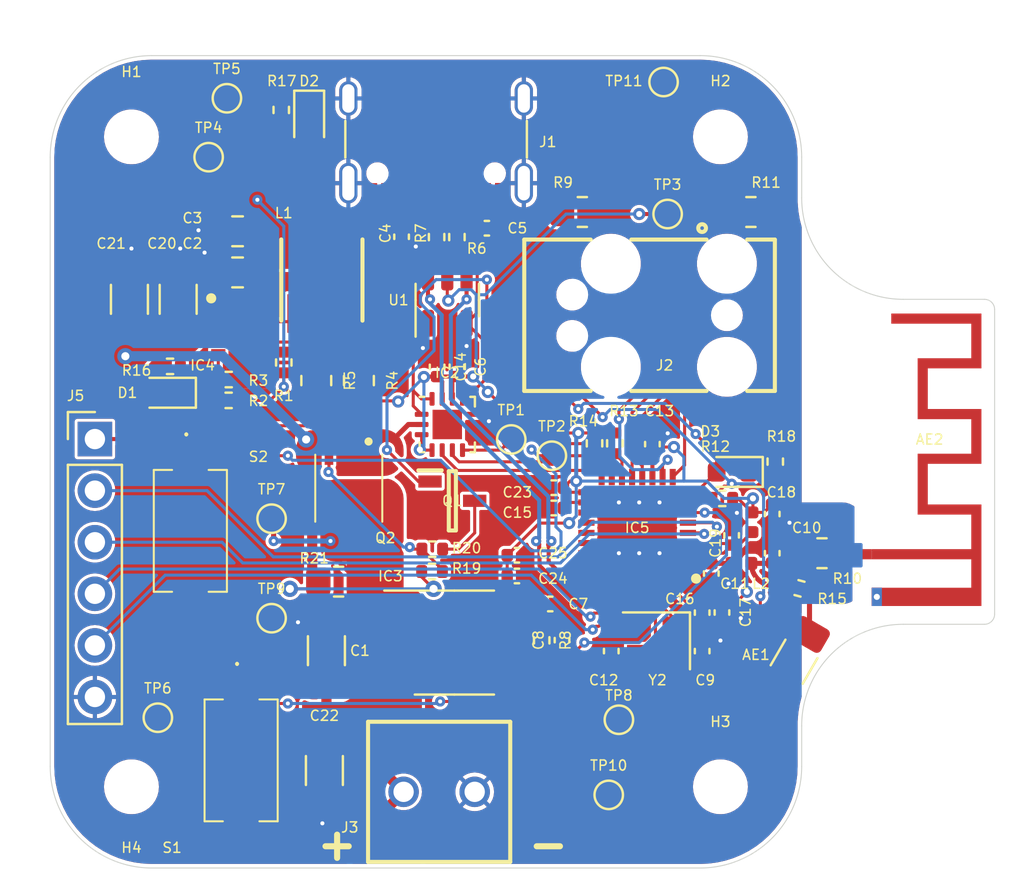
<source format=kicad_pcb>
(kicad_pcb (version 20221018) (generator pcbnew)
  (title_block (date "2022-11-21") (rev "A"))
  (layers (0 "F.Cu" signal) (1 "In1.Cu" signal) (2 "In2.Cu" signal) (31 "B.Cu" signal) (34 "B.Paste" user) (35 "F.Paste" user) (36 "B.SilkS" user "B.Silkscreen") (37 "F.SilkS" user "F.Silkscreen") (38 "B.Mask" user) (39 "F.Mask" user) (44 "Edge.Cuts" user))
  (net 0 "")
  (net 2 "Net-(AE1-PCB_Trace)")
  (net 3 "VBUS")
  (net 4 "GND")
  (net 5 "+3V3")
  (net 6 "Net-(IC2-CC1_1)")
  (net 7 "Net-(IC2-CC2_1)")
  (net 8 "/Current Sensor + Output Control/VOUT")
  (net 9 "Net-(IC5-XTAL_P)")
  (net 10 "Net-(C10-Pad1)")
  (net 11 "Net-(IC5-LNA_IN)")
  (net 12 "Net-(IC5-XTAL_N)")
  (net 13 "Net-(IC5-VDD3P3_1)")
  (net 14 "/Microcontroller/USB_DP")
  (net 15 "Net-(AE2-A)")
  (net 16 "/Current Sensor + Output Control/V_CURRENT")
  (net 18 "Net-(IC3-OUT)")
  (net 20 "Net-(IC4-FB)")
  (net 21 "Net-(IC4-PG)")
  (net 22 "Net-(IC4-SLEEP)")
  (net 23 "Net-(IC4-SW)")
  (net 24 "/Microcontroller/VDD_SPI")
  (net 25 "Net-(D1-K)")
  (net 26 "Net-(D2-K)")
  (net 27 "Net-(D3-K)")
  (net 28 "/Microcontroller/GPIO3")
  (net 29 "Net-(IC5-MTMS)")
  (net 30 "Net-(IC5-MTDI)")
  (net 31 "Net-(IC5-MTCK)")
  (net 32 "Net-(IC5-MTDO)")
  (net 33 "/Microcontroller/SDA")
  (net 34 "/Microcontroller/GPIO9")
  (net 35 "/Microcontroller/INT_N")
  (net 42 "/Microcontroller/USB_DN")
  (net 43 "/Microcontroller/GPIO0")
  (net 44 "/Microcontroller/GPIO1")
  (net 45 "Net-(J1-D+-PadA6)")
  (net 47 "Net-(J1-D--PadA7)")
  (net 48 "Net-(J2-VTref)")
  (net 50 "Net-(J2-GNDDetect)")
  (net 51 "Net-(IC4-VOS)")
  (net 53 "/Microcontroller/EN")
  (net 54 "/Microcontroller/U0RXD")
  (net 56 "/Microcontroller/U0TXD")
  (net 57 "Net-(Q1-Pad3)")
  (net 58 "Net-(Q2-G)")
  (net 59 "Net-(Q2-D_1)")
  (footprint "Capacitor_SMD:C_0402_1005Metric" (layer "F.Cu") (at 205.625 129.32 -90)
    (fp_text reference "C12")
    (fp_text value "20p")
  )
  (footprint "Resistor_SMD:R_0402_1005Metric" (layer "F.Cu") (at 197.025 108.935 90)
    (fp_text reference "R7")
    (fp_text value "22")
  )
  (footprint "Crystal:Crystal_SMD_2520-4Pin_2.5x2.0mm" (layer "F.Cu") (at 207.85 128.815 180)
    (fp_text reference "Y2")
    (fp_text value "SX25Y040000BF1T-C")
  )
  (footprint "TestPoint:TestPoint_Pad_D1.0mm" (layer "F.Cu") (at 208.2 101.3)
    (fp_text reference "TP11")
    (fp_text value "TestPoint")
  )
  (footprint "Resistor_SMD:R_0805_2012Metric_Pad1.20x1.40mm_HandSolder" (layer "F.Cu") (at 192.2 125.9)
    (fp_text reference "R21")
    (fp_text value "DNF_0805")
  )
  (footprint "Resistor_SMD:R_0402_1005Metric" (layer "F.Cu") (at 189.5 115.11 90)
    (fp_text reference "R1")
    (fp_text value "100k")
  )
  (footprint "Capacitor_SMD:C_1206_3216Metric" (layer "F.Cu") (at 181.9 112 90)
    (fp_text reference "C21")
    (fp_text value "10u_1206")
  )
  (footprint "Package_TO_SOT_SMD:SOT-23-6" (layer "F.Cu") (at 197.55 112.0375 90)
    (fp_text reference "U1")
    (fp_text value "SRV05-4")
  )
  (footprint "Capacitor_SMD:C_0402_1005Metric" (layer "F.Cu") (at 200.98 125.62 180)
    (fp_text reference "C24")
    (fp_text value "100n")
  )
  (footprint "Capacitor_SMD:C_0402_1005Metric" (layer "F.Cu") (at 210.1 127.425 -90)
    (fp_text reference "C16")
    (fp_text value "100n")
  )
  (footprint "Capacitor_SMD:C_0402_1005Metric" (layer "F.Cu") (at 210.1 129.32 -90)
    (fp_text reference "C9")
    (fp_text value "20p")
  )
  (footprint "Capacitor_SMD:C_0402_1005Metric" (layer "F.Cu") (at 203.2 128.78 90)
    (fp_text reference "C8")
    (fp_text value "100n")
  )
  (footprint "Resistor_SMD:R_0402_1005Metric" (layer "F.Cu") (at 205.8 119.09 -90)
    (fp_text reference "R13")
    (fp_text value "10k")
  )
  (footprint "Package_SO:SOP-8_3.9x4.9mm_P1.27mm" (layer "F.Cu") (at 197.9 128.9)
    (fp_text reference "IC3")
    (fp_text value "CC6904SO-10A")
  )
  (footprint "SamacSys_Parts:TS1101CW" (layer "F.Cu") (at 187.4 134.7 -90)
    (fp_text reference "S1")
    (fp_text value "TS-1101-C-W" hide)
  )
  (footprint "TestPoint:TestPoint_Pad_D1.0mm" (layer "F.Cu") (at 200.7 118.9)
    (fp_text reference "TP1")
    (fp_text value "TestPoint")
  )
  (footprint "MountingHole:MountingHole_2.2mm_M2" (layer "F.Cu") (at 211 104)
    (fp_text reference "H2")
    (fp_text value "MountingHole")
  )
  (footprint "Capacitor_SMD:C_0402_1005Metric" (layer "F.Cu") (at 207.65 119.13 90)
    (fp_text reference "C13")
    (fp_text value "1u")
  )
  (footprint "MountingHole:MountingHole_2.2mm_M2" (layer "F.Cu") (at 211 136)
    (fp_text reference "H3")
    (fp_text value "MountingHole")
  )
  (footprint "Resistor_SMD:R_0402_1005Metric" (layer "F.Cu") (at 186.785 116.975 180)
    (fp_text reference "R2")
    (fp_text value "1M2")
  )
  (footprint "Inductor_SMD:L_0402_1005Metric" (layer "F.Cu") (at 212.55 122.975 90)
    (fp_text reference "L3" hide)
    (fp_text value "1.8nH")
  )
  (footprint "LED_SMD:LED_0603_1608Metric" (layer "F.Cu") (at 211.6 120.5 180)
    (fp_text reference "D3")
    (fp_text value "Green_0603")
  )
  (footprint "SamacSys_Parts:DMP3007SFG7" (layer "F.Cu") (at 192.7 121.3 180)
    (fp_text reference "Q2")
    (fp_text value "DMP3017SFG-7" hide)
  )
  (footprint "SamacSys_Parts:TS1101CW" (layer "F.Cu") (at 184.9 123.4 -90)
    (fp_text reference "S2")
    (fp_text value "TS-1101-C-W" hide)
  )
  (footprint "Capacitor_SMD:C_0402_1005Metric" (layer "F.Cu") (at 202.79 122.275 180)
    (fp_text reference "C15")
    (fp_text value "1u")
  )
  (footprint "Capacitor_SMD:C_0402_1005Metric" (layer "F.Cu") (at 200.98 124.6 180)
    (fp_text reference "C25")
    (fp_text value "100n")
  )
  (footprint "Capacitor_SMD:C_0402_1005Metric" (layer "F.Cu") (at 211.075 127.42 -90)
    (fp_text reference "C17")
    (fp_text value "100n")
  )
  (footprint "SamacSys_Parts:QFN50P500X500X90-33N-D" (layer "F.Cu") (at 206.9 123.25 180)
    (fp_text reference "IC5")
    (fp_text value "ESP32-C3FH4" hide)
  )
  (footprint "Resistor_SMD:R_0402_1005Metric" (layer "F.Cu") (at 204.8 119.09 -90)
    (fp_text reference "R14")
    (fp_text value "10k")
  )
  (footprint "SamacSys_Parts:TC2050-IDC" (layer "F.Cu") (at 208.4625 115.325 180)
    (fp_text reference "J2")
    (fp_text value "TC2050-IDC" hide)
  )
  (footprint "TestPoint:TestPoint_Pad_D1.0mm" (layer "F.Cu") (at 186.7 102.1)
    (fp_text reference "TP5")
    (fp_text value "TestPoint")
  )
  (footprint "SamacSys_Parts:SOT95P237X125-3N" (layer "F.Cu") (at 197.8 121.92)
    (fp_text reference "Q1")
    (fp_text value "DTC143ECA-TP" hide)
  )
  (footprint "Capacitor_SMD:C_0402_1005Metric" (layer "F.Cu") (at 211.55 123.62 90)
    (fp_text reference "C19")
    (fp_text value "100n")
  )
  (footprint "Capacitor_SMD:C_0402_1005Metric" (layer "F.Cu") (at 213.55 122.57 -90)
    (fp_text reference "C18")
    (fp_text value "100n")
  )
  (footprint "LED_SMD:LED_0603_1608Metric" (layer "F.Cu") (at 190.75 103.2125 -90)
    (fp_text reference "D2")
    (fp_text value "Green_0603")
  )
  (footprint "Capacitor_SMD:C_0402_1005Metric" (layer "F.Cu") (at 195.3 108.92 -90)
    (fp_text reference "C4")
    (fp_text value "100p")
  )
  (footprint "Capacitor_SMD:C_0402_1005Metric" (layer "F.Cu") (at 197.05 115.325 -90)
    (fp_text reference "C14")
    (fp_text value "100n")
  )
  (footprint "Resistor_SMD:R_0402_1005Metric" (layer "F.Cu") (at 202.2 128.79 -90)
    (fp_text reference "R8")
    (fp_text value "100")
  )
  (footprint "Capacitor_SMD:C_0402_1005Metric" (layer "F.Cu") (at 213.55 124.5 90)
    (fp_text reference "C10")
    (fp_text value "4p")
  )
  (footprint "Capacitor_SMD:C_1206_3216Metric" (layer "F.Cu") (at 191.5 135.2 -90)
    (fp_text reference "C22")
    (fp_text value "10u_1206")
  )
  (footprint "Package_DFN_QFN:WQFN-14-1EP_2.5x2.5mm_P0.5mm_EP1.45x1.45mm" (layer "F.Cu") (at 197.55 118.1625)
    (fp_text reference "IC2")
    (fp_text value "FUSB302MPX")
  )
  (footprint "Inductor_SMD:L_0402_1005Metric" (layer "F.Cu") (at 212.035 125 180)
    (fp_text reference "L2")
    (fp_text value "1.8nH")
  )
  (footprint "TestPoint:TestPoint_Pad_D1.0mm" (layer "F.Cu") (at 188.9 122.8)
    (fp_text reference "TP7")
    (fp_text value "TestPoint")
  )
  (footprint "Capacitor_SMD:C_0402_1005Metric" (layer "F.Cu") (at 210.55 125.5 -90)
    (fp_text reference "C11")
    (fp_text value "5p")
  )
  (footprint "Capacitor_SMD:C_0805_2012Metric" (layer "F.Cu") (at 187.225 110.675 180)
    (fp_text reference "C2")
    (fp_text value "22u")
  )
  (footprint "Capacitor_SMD:C_0402_1005Metric" (layer "F.Cu") (at 198.025 115.32 -90)
    (fp_text reference "C6")
    (fp_text value "100n")
  )
  (footprint "MountingHole:MountingHole_2.2mm_M2" (layer "F.Cu") (at 182 136)
    (fp_text reference "H4")
    (fp_text value "MountingHole")
  )
  (footprint "Resistor_SMD:R_0805_2012Metric_Pad1.20x1.40mm_HandSolder" (layer "F.Cu") (at 216 124.5)
    (fp_text reference "R10")
    (fp_text value "0")
  )
  (footprint "Connectors_JT:GT-USB-7010A" (layer "F.Cu") (at 197 104.35 180)
    (fp_text reference "J1")
    (fp_text value "GT-USB-7010")
  )
  (footprint "TestPoint:TestPoint_Pad_D1.0mm" (layer "F.Cu") (at 202.7 119.7)
    (fp_text reference "TP2")
    (fp_text value "TestPoint")
  )
  (footprint "Resistor_SMD:R_0402_1005Metric" (layer "F.Cu") (at 214.892622 126.231998 -15)
    (fp_text reference "R15")
    (fp_text value "DNF_0402")
  )
  (footprint "Capacitor_SMD:C_0402_1005Metric" (layer "F.Cu") (at 199.5 108.5)
    (fp_text reference "C5")
    (fp_text value "100p")
  )
  (footprint "SamacSys_Parts:KF350352P" (layer "F.Cu") (at 195.4 136.25)
    (fp_text reference "J3")
    (fp_text value "KF350-3.5-2P" hide)
  )
  (footprint "MountingHole:MountingHole_2.2mm_M2" (layer "F.Cu") (at 182 104)
    (fp_text reference "H1")
    (fp_text value "MountingHole")
  )
  (footprint "Connector_PinHeader_2.54mm:PinHeader_1x06_P2.54mm_Vertical" (layer "F.Cu") (at 180.2 118.88)
    (fp_text reference "J5")
    (fp_text value "Conn_01x06")
  )
  (footprint "SamacSys_Parts:INDPM4040X300N" (layer "F.Cu") (at 191.375 111.05 90)
    (fp_text reference "L1")
    (fp_text value "10uH" hide)
  )
  (footprint "Resistor_SMD:R_0805_2012Metric_Pad1.20x1.40mm_HandSolder" (layer "F.Cu") (at 204.2 107.7)
    (fp_text reference "R9")
    (fp_text value "0")
  )
  (footprint "Resistor_SMD:R_0402_1005Metric" (layer "F.Cu") (at 213.7 119.99 90)
    (fp_text reference "R18")
    (fp_text value "2.7k")
  )
  (footprint "Resistor_SMD:R_0402_1005Metric" (layer "F.Cu") (at 189.375 102.675 -90)
    (fp_text reference "R17")
    (fp_text value "2.7k")
  )
  (footprint "Resistor_SMD:R_0805_2012Metric_Pad1.20x1.40mm_HandSolder" (layer "F.Cu") (at 191.1 116 -90)
    (fp_text reference "R5")
    (fp_text value "0")
  )
  (footprint "TestPoint:TestPoint_Pad_D1.0mm" (layer "F.Cu") (at 205.5 136.4)
    (fp_text reference "TP10")
    (fp_text value "TestPoint")
  )
  (footprint "Capacitor_SMD:C_0402_1005Metric" (layer "F.Cu") (at 202.62 127)
    (fp_text reference "C7")
    (fp_text value "100n")
  )
  (footprint "RF_Antenna:Texas_SWRA117D_2.4GHz_Left" (layer "F.Cu") (at 218.7 124.55 -90)
    (fp_text reference "AE2")
    (fp_text value "Antenna")
  )
  (footprint "Capacitor_SMD:C_1206_3216Metric" (layer "F.Cu") (at 184.3 112 90)
    (fp_text reference "C20")
    (fp_text value "10u_1206")
  )
  (footprint "TestPoint:TestPoint_Pad_D1.0mm" (layer "F.Cu") (at 183.3 132.6)
    (fp_text reference "TP6")
    (fp_text value "TestPoint")
  )
  (footprint "Resistor_SMD:R_0805_2012Metric_Pad1.20x1.40mm_HandSolder" (layer "F.Cu") (at 212.5 107.7)
    (fp_text reference "R11")
    (fp_text value "0")
  )
  (footprint "SamacSys_Parts:SON50P200X300X80-11N" (layer "F.Cu") (at 187.275 113.6)
    (fp_text reference "IC4")
    (fp_text value "TPS62175DQCT" hide)
  )
  (footprint "Resistor_SMD:R_1206_3216Metric_Pad1.30x1.75mm_HandSolder" (layer "F.Cu") (at 214.625 129.842339 60)
    (fp_text reference "AE1")
    (fp_text value "ANT3216LL00R2400A")
  )
  (footprint "TestPoint:TestPoint_Pad_D1.0mm" (layer "F.Cu") (at 206 132.7)
    (fp_text reference "TP8")
    (fp_text value "TestPoint")
  )
  (footprint "Resistor_SMD:R_0402_1005Metric" (layer "F.Cu") (at 183.9 115.3 180)
    (fp_text reference "R16")
    (fp_text value "2.7k")
  )
  (footprint "Capacitor_SMD:C_0402_1005Metric" (layer "F.Cu") (at 202.79 121.275 180)
    (fp_text reference "C23")
    (fp_text value "10u_0402")
  )
  (footprint "LED_SMD:LED_0603_1608Metric" (layer "F.Cu") (at 183.6875 116.6 180)
    (fp_text reference "D1")
    (fp_text value "Green_0603")
  )
  (footprint "Resistor_SMD:R_0805_2012Metric_Pad1.20x1.40mm_HandSolder" (layer "F.Cu") (at 193.2 116 -90)
    (fp_text reference "R4")
    (fp_text value "0")
  )
  (footprint "TestPoint:TestPoint_Pad_D1.0mm" (layer "F.Cu") (at 185.8 105)
    (fp_text reference "TP4")
    (fp_text value "TestPoint")
  )
  (footprint "TestPoint:TestPoint_Pad_D1.0mm" (layer "F.Cu") (at 188.9 127.7)
    (fp_text reference "TP9")
    (fp_text value "TestPoint")
  )
  (footprint "Resistor_SMD:R_0402_1005Metric" (layer "F.Cu") (at 196.8 125.4)
    (fp_text reference "R19")
    (fp_text value "10k")
  )
  (footprint "Resistor_SMD:R_0402_1005Metric" (layer "F.Cu") (at 198.025 108.935 -90)
    (fp_text reference "R6")
    (fp_text value "22")
  )
  (footprint "Resistor_SMD:R_0402_1005Metric" (layer "F.Cu") (at 196.81 124.3)
    (fp_text reference "R20")
    (fp_text value "1k")
  )
  (footprint "Capacitor_SMD:C_1206_3216Metric" (layer "F.Cu") (at 191.6 129.3 90)
    (fp_text reference "C1")
    (fp_text value "10u_1206")
  )
  (footprint "Resistor_SMD:R_0402_1005Metric" (layer "F.Cu") (at 186.79 115.95)
    (fp_text reference "R3")
    (fp_text value "383k")
  )
  (footprint "TestPoint:TestPoint_Pad_D1.0mm" (layer "F.Cu") (at 208.4 107.8)
    (fp_text reference "TP3")
    (fp_text value "TestPoint")
  )
  (footprint "Capacitor_SMD:C_0805_2012Metric" (layer "F.Cu") (at 187.225 108.65 180)
    (fp_text reference "C3")
    (fp_text value "10u")
  )
  (footprint "Resistor_SMD:R_0402_1005Metric" (layer "F.Cu") (at 211.09 121.8 180)
    (fp_text reference "R12")
    (fp_text value "10k")
  )
  (gr_arc (start 215 135) (mid 213.535534 138.535534) (end 210 140) (stroke (width 0.05)) (layer "Edge.Cuts"))
  (gr_line (start 178 105) (end 178 135) (stroke (width 0.05)) (layer "Edge.Cuts"))
  (gr_line (start 215 135) (end 215 133) (stroke (width 0.05)) (layer "Edge.Cuts"))
  (gr_arc (start 183 140) (mid 179.464466 138.535534) (end 178 135) (stroke (width 0.05)) (layer "Edge.Cuts"))
  (gr_arc (start 178 105) (mid 179.464466 101.464466) (end 183 100) (stroke (width 0.05)) (layer "Edge.Cuts"))
  (gr_arc (start 224.5 127.5) (mid 224.353553 127.853553) (end 224 128) (stroke (width 0.05)) (layer "Edge.Cuts"))
  (gr_line (start 224 111.999999) (end 220 112) (stroke (width 0.05)) (layer "Edge.Cuts"))
  (gr_line (start 224 128) (end 220 128) (stroke (width 0.05)) (layer "Edge.Cuts"))
  (gr_line (start 215 107) (end 215 105) (stroke (width 0.05)) (layer "Edge.Cuts"))
  (gr_arc (start 215 133) (mid 216.464466 129.464466) (end 220 128) (stroke (width 0.05)) (layer "Edge.Cuts"))
  (gr_line (start 224.5 112.499999) (end 224.5 127.5) (stroke (width 0.05)) (layer "Edge.Cuts"))
  (gr_arc (start 220 112) (mid 216.464466 110.535534) (end 215 107) (stroke (width 0.05)) (layer "Edge.Cuts"))
  (gr_arc (start 210 100) (mid 213.535534 101.464466) (end 215 105) (stroke (width 0.05)) (layer "Edge.Cuts"))
  (gr_arc (start 224 111.999999) (mid 224.353553 112.146446) (end 224.5 112.499999) (stroke (width 0.05)) (layer "Edge.Cuts"))
  (gr_line (start 183 100) (end 210 100) (stroke (width 0.05)) (layer "Edge.Cuts"))
  (gr_line (start 183 140) (end 210 140) (stroke (width 0.05)) (layer "Edge.Cuts"))
  (gr_text "+" (at 191 139.7) (layer "F.SilkS") (effects (font (size 1.5 1.5) (thickness 0.3) bold) (justify left bottom)))
  (gr_text "-" (at 201.4 139.7) (layer "F.SilkS") (effects (font (size 1.5 1.5) (thickness 0.3) bold) (justify left bottom)))
  (segment (start 215.385244 126.363996) (end 215.385244 128.485244) (width 0.25) (layer "F.Cu") (net 2))
  (segment (start 189.8 126.254668) (end 190.845332 126.254668) (width 0.15) (layer "F.Cu") (net 3))
  (segment (start 196.29 125.670345) (end 196.875174 126.255519) (width 0.15) (layer "F.Cu") (net 3))
  (segment (start 192.2 107.9) (end 194.3 107.9) (width 0.5) (layer "F.Cu") (net 3))
  (segment (start 195.3 105.6) (end 194.6 106.3) (width 0.25) (layer "F.Cu") (net 3))
  (segment (start 181.7 107) (end 179.9 108.8) (width 0.5) (layer "F.Cu") (net 3))
  (segment (start 195.6375 118.1625) (end 195.1 118.7) (width 0.25) (layer "F.Cu") (net 3))
  (segment (start 194.6 106.3) (end 194.6 106.86) (width 0.25) (layer "F.Cu") (net 3))
  (segment (start 180.875 113.475) (end 182 113.475) (width 0.5) (layer "F.Cu") (net 3))
  (segment (start 199.4 106.3) (end 199.4 106.86) (width 0.25) (layer "F.Cu") (net 3))
  (segment (start 196.2875 118.1625) (end 195.6375 118.1625) (width 0.25) (layer "F.Cu") (net 3))
  (segment (start 179.9 112.5) (end 180.875 113.475) (width 0.5) (layer "F.Cu") (net 3))
  (segment (start 181.7 107) (end 183.8 107) (width 0.5) (layer "F.Cu") (net 3))
  (segment (start 190.9 119.2) (end 190.6 118.9) (width 0.5) (layer "F.Cu") (net 3))
  (segment (start 186.7 104.1) (end 190.65 104.1) (width 0.5) (layer "F.Cu") (net 3))
  (segment (start 190.9 125.5) (end 190.9 119.7) (width 0.5) (layer "F.Cu") (net 3))
  (segment (start 194.6 107.6) (end 194.6 106.86) (width 0.5) (layer "F.Cu") (net 3))
  (segment (start 185.8 105) (end 186.7 104.1) (width 0.5) (layer "F.Cu") (net 3))
  (segment (start 196.29 125.4) (end 196.29 125.670345) (width 0.15) (layer "F.Cu") (net 3))
  (segment (start 190.75 104) (end 190.75 106.45) (width 0.5) (layer "F.Cu") (net 3))
  (segment (start 190.75 106.45) (end 192.2 107.9) (width 0.5) (layer "F.Cu") (net 3))
  (segment (start 198.7 105.6) (end 199.4 106.3) (width 0.25) (layer "F.Cu") (net 3))
  (segment (start 185.8 105) (end 183.8 107) (width 0.5) (layer "F.Cu") (net 3))
  (segment (start 190.9 119.7) (end 190.9 119.2) (width 0.5) (layer "F.Cu") (net 3))
  (segment (start 179.9 108.8) (end 179.9 112.5) (width 0.5) (layer "F.Cu") (net 3))
  (segment (start 194.3 107.9) (end 194.6 107.6) (width 0.5) (layer "F.Cu") (net 3))
  (segment (start 198.7 105.6) (end 195.3 105.6) (width 0.25) (layer "F.Cu") (net 3))
  (via (at 189.8 126.254668) (size 0.8) (drill 0.4) (layers "F.Cu" "B.Cu") (net 3))
  (via (at 196.875174 126.255519) (size 0.8) (drill 0.4) (layers "F.Cu" "B.Cu") (net 3))
  (via (at 190.6 118.9) (size 0.8) (drill 0.4) (layers "F.Cu" "B.Cu") (net 3))
  (via (at 181.7 114.8) (size 0.8) (drill 0.4) (layers "F.Cu" "B.Cu") (net 3))
  (segment (start 190.6 118.9) (end 186.5 114.8) (width 0.5) (layer "B.Cu") (net 3))
  (segment (start 189.800851 126.255519) (end 189.8 126.254668) (width 0.15) (layer "B.Cu") (net 3))
  (segment (start 189.800851 126.255519) (end 196.875174 126.255519) (width 0.15) (layer "B.Cu") (net 3))
  (segment (start 186.5 114.8) (end 181.7 114.8) (width 0.5) (layer "B.Cu") (net 3))
  (segment (start 197.05 114.845) (end 196.7945 114.845) (width 0.15) (layer "F.Cu") (net 4))
  (segment (start 198.8125 118.1625) (end 199.4375 118.1625) (width 0.15) (layer "F.Cu") (net 4))
  (segment (start 210.55 125.98) (end 211.38 125.98) (width 0.15) (layer "F.Cu") (net 4))
  (segment (start 199.4375 118.1625) (end 199.6 118) (width 0.15) (layer "F.Cu") (net 4))
  (segment (start 186.275 108.65) (end 185.35 108.65) (width 0.15) (layer "F.Cu") (net 4))
  (segment (start 213.55 123.05) (end 214.35 123.05) (width 0.15) (layer "F.Cu") (net 4))
  (segment (start 196.7945 114.845) (end 196.3495 114.4) (width 0.15) (layer "F.Cu") (net 4))
  (segment (start 184.4 110.525) (end 184.4 109.5) (width 0.15) (layer "F.Cu") (net 4))
  (segment (start 211.55 122.774085) (end 211.809852 122.514233) (width 0.15) (layer "F.Cu") (net 4))
  (segment (start 191.6 127.825) (end 190.275 127.825) (width 0.15) (layer "F.Cu") (net 4))
  (segment (start 211.55 123.14) (end 211.55 122.774085) (width 0.15) (layer "F.Cu") (net 4))
  (segment (start 186.275 110.375) (end 185.6 109.7) (width 0.15) (layer "F.Cu") (net 4))
  (segment (start 207.65 118.65) (end 208.35 118.65) (width 0.15) (layer "F.Cu") (net 4))
  (segment (start 191.5 137.7) (end 191.4 137.8) (width 0.15) (layer "F.Cu") (net 4))
  (segment (start 211.38 125.98) (end 211.4 126) (width 0.15) (layer "F.Cu") (net 4))
  (segment (start 182 110.525) (end 182 109.5) (width 0.15) (layer "F.Cu") (net 4))
  (segment (start 210.105 127.905) (end 211 128.8) (width 0.15) (layer "F.Cu") (net 4))
  (segment (start 208.35 118.65) (end 208.403051 118.596949) (width 0.15) (layer "F.Cu") (net 4))
  (segment (start 198.025 114.7755) (end 198.5005 114.3) (width 0.15) (layer "F.Cu") (net 4))
  (segment (start 195.3 109.4) (end 196 109.4) (width 0.15) (layer "F.Cu") (net 4))
  (segment (start 214.35 123.05) (end 214.4 123) (width 0.15) (layer "F.Cu") (net 4))
  (segment (start 211.075 127.9) (end 211.8 127.9) (width 0.15) (layer "F.Cu") (net 4))
  (segment (start 190.275 127.825) (end 190.2 127.9) (width 0.15) (layer "F.Cu") (net 4))
  (segment (start 185.35 108.65) (end 185.3 108.6) (width 0.15) (layer "F.Cu") (net 4))
  (segment (start 211.8 127.9) (end 212 127.7) (width 0.15) (layer "F.Cu") (net 4))
  (segment (start 191.5 136.675) (end 191.5 137.7) (width 0.15) (layer "F.Cu") (net 4))
  (via (at 212 127.7) (size 0.5) (drill 0.2) (layers "F.Cu" "B.Cu") (net 4))
  (via (at 208 124.5) (size 0.5) (drill 0.2) (layers "F.Cu" "B.Cu") (net 4))
  (via (at 207 122) (size 0.5) (drill 0.2) (layers "F.Cu" "B.Cu") (net 4))
  (via (at 191.4 137.8) (size 0.5) (drill 0.2) (layers "F.Cu" "B.Cu") (net 4))
  (via (at 208.403051 118.596949) (size 0.5) (drill 0.2) (layers "F.Cu" "B.Cu") (net 4))
  (via (at 185.3 108.6) (size 0.5) (drill 0.2) (layers "F.Cu" "B.Cu") (net 4))
  (via (at 206 124.5) (size 0.5) (drill 0.2) (layers "F.Cu" "B.Cu") (net 4))
  (via (at 214.4 123) (size 0.5) (drill 0.2) (layers "F.Cu" "B.Cu") (net 4))
  (via (at 207 124.5) (size 0.5) (drill 0.2) (layers "F.Cu" "B.Cu") (net 4))
  (via (at 206 122) (size 0.5) (drill 0.2) (layers "F.Cu" "B.Cu") (net 4))
  (via (at 211.4 126) (size 0.5) (drill 0.2) (layers "F.Cu" "B.Cu") (net 4))
  (via (at 196.3495 114.4) (size 0.5) (drill 0.2) (layers "F.Cu" "B.Cu") (net 4))
  (via (at 211.809852 122.514233) (size 0.5) (drill 0.2) (layers "F.Cu" "B.Cu") (net 4))
  (via (at 199.6 118) (size 0.5) (drill 0.2) (layers "F.Cu" "B.Cu") (net 4))
  (via (at 190.2 127.9) (size 0.5) (drill 0.2) (layers "F.Cu" "B.Cu") (net 4))
  (via (at 185.6 109.7) (size 0.5) (drill 0.2) (layers "F.Cu" "B.Cu") (net 4))
  (via (at 182 109.5) (size 0.5) (drill 0.2) (layers "F.Cu" "B.Cu") (net 4))
  (via (at 196 109.4) (size 0.5) (drill 0.2) (layers "F.Cu" "B.Cu") (net 4))
  (via (at 211 128.8) (size 0.5) (drill 0.2) (layers "F.Cu" "B.Cu") (net 4))
  (via (at 184.4 109.5) (size 0.5) (drill 0.2) (layers "F.Cu" "B.Cu") (net 4))
  (via (at 198.5005 114.3) (size 0.5) (drill 0.2) (layers "F.Cu" "B.Cu") (net 4))
  (via (at 208 122) (size 0.5) (drill 0.2) (layers "F.Cu" "B.Cu") (net 4))
  (segment (start 205.8 118.58) (end 204.8 118.58) (width 0.15) (layer "F.Cu") (net 5))
  (segment (start 207.986812 119.273188) (end 207.65 119.61) (width 0.15) (layer "F.Cu") (net 5))
  (segment (start 203.495 121.5) (end 203.27 121.275) (width 0.15) (layer "F.Cu") (net 5))
  (segment (start 200.5 124.6) (end 202.082487 123.017513) (width 0.15) (layer "F.Cu") (net 5))
  (segment (start 211.075 126.94) (end 211.76 126.94) (width 0.15) (layer "F.Cu") (net 5))
  (segment (start 207.65 119.61) (end 207.65 120.75) (width 0.2) (layer "F.Cu") (net 5))
  (segment (start 203.5955 120.9495) (end 203.27 121.275) (width 0.15) (layer "F.Cu") (net 5))
  (segment (start 211.075 126.94) (end 210.105 126.94) (width 0.15) (layer "F.Cu") (net 5))
  (segment (start 184.525 118.225) (end 182.9 116.6) (width 0.15) (layer "F.Cu") (net 5))
  (segment (start 211.76 126.94) (end 212.3 126.4) (width 0.15) (layer "F.Cu") (net 5))
  (segment (start 211.86 121.8) (end 212.55 122.49) (width 0.15) (layer "F.Cu") (net 5))
  (segment (start 197.3 116.055) (end 197.3 116.9) (width 0.2) (layer "F.Cu") (net 5))
  (segment (start 198.025 115.8) (end 197.8 116.025) (width 0.2) (layer "F.Cu") (net 5))
  (segment (start 208.4 107.8) (end 207 107.8) (width 0.2) (layer "F.Cu") (net 5))
  (segment (start 213.15 122.49) (end 213.55 122.09) (width 0.15) (layer "F.Cu") (net 5))
  (segment (start 196.225 119.425) (end 196.2 119.4) (width 0.15) (layer "F.Cu") (net 5))
  (segment (start 209.3 126.9) (end 210.055 126.9) (width 0.15) (layer "F.Cu") (net 5))
  (segment (start 195.1 117) (end 193.2 117) (width 0.15) (layer "F.Cu") (net 5))
  (segment (start 200.5 124.6) (end 200.5 125.62) (width 0.15) (layer "F.Cu") (net 5))
  (segment (start 204.8 118.58) (end 204.0005 118.58) (width 0.15) (layer "F.Cu") (net 5))
  (segment (start 204 118.5805) (end 201.5805 118.5805) (width 0.15) (layer "F.Cu") (net 5))
  (segment (start 196.8 119.425) (end 196.225 119.425) (width 0.15) (layer "F.Cu") (net 5))
  (segment (start 203.9 120.9495) (end 203.5955 120.9495) (width 0.15) (layer "F.Cu") (net 5))
  (segment (start 193.2 117) (end 191.975 118.225) (width 0.15) (layer "F.Cu") (net 5))
  (segment (start 204.0005 118.58) (end 204 118.5805) (width 0.15) (layer "F.Cu") (net 5))
  (segment (start 182.9 117.6) (end 182.9 116.6) (width 0.2) (layer "F.Cu") (net 5))
  (segment (start 181.62 118.88) (end 182.9 117.6) (width 0.2) (layer "F.Cu") (net 5))
  (segment (start 212.6 121.8) (end 212.6 122.44) (width 0.15) (layer "F.Cu") (net 5))
  (segment (start 201.5805 118.5805) (end 199.560923 116.560923) (width 0.15) (layer "F.Cu") (net 5))
  (segment (start 202.082487 123.017513) (end 203.550499 123.017513) (width 0.15) (layer "F.Cu") (net 5))
  (segment (start 180.2 118.88) (end 181.62 118.88) (width 0.2) (layer "F.Cu") (net 5))
  (segment (start 208.65 126.25) (end 209.3 126.9) (width 0.15) (layer "F.Cu") (net 5))
  (segment (start 200.525 126.995) (end 200.525 125.645) (width 0.15) (layer "F.Cu") (net 5))
  (segment (start 208.15 125.75) (end 208.65 125.75) (width 0.15) (layer "F.Cu") (net 5))
  (segment (start 199.560923 116.560923) (end 199.548297 116.560923) (width 0.15) (layer "F.Cu") (net 5))
  (segment (start 196.2875 118.6625) (end 196.2875 119.3125) (width 0.15) (layer "F.Cu") (net 5))
  (segment (start 208.65 125.75) (end 208.65 126.25) (width 0.15) (layer "F.Cu") (net 5))
  (segment (start 197.8 116.025) (end 197.8 116.9) (width 0.2) (layer "F.Cu") (net 5))
  (segment (start 191.975 118.225) (end 184.525 118.225) (width 0.15) (layer "F.Cu") (net 5))
  (segment (start 211.6 121.8) (end 211.86 121.8) (width 0.15) (layer "F.Cu") (net 5))
  (segment (start 198.025 115.8) (end 198.825 115.8) (width 0.2) (layer "F.Cu") (net 5))
  (segment (start 208.7105 119.273188) (end 207.986812 119.273188) (width 0.15) (layer "F.Cu") (net 5))
  (segment (start 212.55 122.49) (end 213.15 122.49) (width 0.15) (layer "F.Cu") (net 5))
  (segment (start 197.55 112.013) (end 197.6 112.063) (width 0.15) (layer "F.Cu") (net 5))
  (segment (start 196.2875 119.3125) (end 196.2 119.4) (width 0.15) (layer "F.Cu") (net 5))
  (segment (start 204.4 121.5) (end 203.495 121.5) (width 0.15) (layer "F.Cu") (net 5))
  (segment (start 197.05 115.805) (end 196.42 115.805) (width 0.2) (layer "F.Cu") (net 5))
  (segment (start 202.14 127) (end 200.53 127) (width 0.15) (layer "F.Cu") (net 5))
  (segment (start 197.05 115.805) (end 197.3 116.055) (width 0.2) (layer "F.Cu") (net 5))
  (segment (start 197.55 110.9) (end 197.55 112.013) (width 0.15) (layer "F.Cu") (net 5))
  (segment (start 198.025 115.8) (end 197.055 115.8) (width 0.2) (layer "F.Cu") (net 5))
  (segment (start 196.42 115.805) (end 196.4 115.825) (width 0.2) (layer "F.Cu") (net 5))
  (segment (start 211.4 107.8) (end 208.4 107.8) (width 0.2) (layer "F.Cu") (net 5))
  (segment (start 195.131504 117.031504) (end 195.1 117) (width 0.15) (layer "F.Cu") (net 5))
  (via (at 207 107.8) (size 0.6) (drill 0.3) (layers "F.Cu" "B.Cu") (net 5))
  (via (at 197.6 112.063) (size 0.6) (drill 0.3) (layers "F.Cu" "B.Cu") (net 5))
  (via (at 212.3 126.4) (size 0.6) (drill 0.3) (layers "F.Cu" "B.Cu") (net 5))
  (via (at 203.550499 123.017513) (size 0.6) (drill 0.3) (layers "F.Cu" "B.Cu") (net 5))
  (via (at 196.4 115.825) (size 0.6) (drill 0.3) (layers "F.Cu" "B.Cu") (net 5))
  (via (at 195.131504 117.031504) (size 0.6) (drill 0.3) (layers "F.Cu" "B.Cu") (net 5))
  (via (at 212.6 121.8) (size 0.6) (drill 0.3) (layers "F.Cu" "B.Cu") (net 5))
  (via (at 208.7105 119.273188) (size 0.6) (drill 0.3) (layers "F.Cu" "B.Cu") (net 5))
  (via (at 199.548297 116.560923) (size 0.6) (drill 0.3) (layers "F.Cu" "B.Cu") (net 5))
  (via (at 198.825 115.8) (size 0.6) (drill 0.3) (layers "F.Cu" "B.Cu") (net 5))
  (via (at 204 118.5805) (size 0.6) (drill 0.3) (layers "F.Cu" "B.Cu") (net 5))
  (via (at 196.2 119.4) (size 0.6) (drill 0.3) (layers "F.Cu" "B.Cu") (net 5))
  (via (at 203.9 120.9495) (size 0.6) (drill 0.3) (layers "F.Cu" "B.Cu") (net 5))
  (segment (start 196.4 115.825) (end 195.193496 117.031504) (width 0.15) (layer "B.Cu") (net 5))
  (segment (start 198.975 111.775) (end 198.975 115.65) (width 0.15) (layer "B.Cu") (net 5))
  (segment (start 212.3 122.1) (end 212.6 121.8) (width 0.15) (layer "B.Cu") (net 5))
  (segment (start 199.548297 116.560923) (end 199.548297 116.523297) (width 0.15) (layer "B.Cu") (net 5))
  (segment (start 211.171619 121.8) (end 210.321119 120.9495) (width 0.15) (layer "B.Cu") (net 5))
  (segment (start 203.9 118.6805) (end 204 118.5805) (width 0.2) (layer "B.Cu") (net 5))
  (segment (start 198.975 115.65) (end 198.825 115.8) (width 0.15) (layer "B.Cu") (net 5))
  (segment (start 198.975 111.775) (end 199.425 111.775) (width 0.15) (layer "B.Cu") (net 5))
  (segment (start 212.6 121.8) (end 211.171619 121.8) (width 0.15) (layer "B.Cu") (net 5))
  (segment (start 196.2 119.4) (end 196.4 119.2) (width 0.15) (layer "B.Cu") (net 5))
  (segment (start 212.3 126.4) (end 212.3 122.1) (width 0.15) (layer "B.Cu") (net 5))
  (segment (start 197.6 112.063) (end 198.138 111.525) (width 0.15) (layer "B.Cu") (net 5))
  (segment (start 203.9 120.9495) (end 203.9 122.668012) (width 0.15) (layer "B.Cu") (net 5))
  (segment (start 199.548297 116.523297) (end 198.825 115.8) (width 0.15) (layer "B.Cu") (net 5))
  (segment (start 198.138 111.525) (end 198.725 111.525) (width 0.15) (layer "B.Cu") (net 5))
  (segment (start 203.4 107.8) (end 207 107.8) (width 0.15) (layer "B.Cu") (net 5))
  (segment (start 209.2 120.9495) (end 203.9 120.9495) (width 0.15) (layer "B.Cu") (net 5))
  (segment (start 203.9 120.9495) (end 203.9 118.6805) (width 0.2) (layer "B.Cu") (net 5))
  (segment (start 203.9 122.668012) (end 203.550499 123.017513) (width 0.15) (layer "B.Cu") (net 5))
  (segment (start 209.2 120.9495) (end 209.2 119.762688) (width 0.15) (layer "B.Cu") (net 5))
  (segment (start 196.4 119.2) (end 196.4 115.825) (width 0.15) (layer "B.Cu") (net 5))
  (segment (start 210.321119 120.9495) (end 209.2 120.9495) (width 0.15) (layer "B.Cu") (net 5))
  (segment (start 195.193496 117.031504) (end 195.131504 117.031504) (width 0.15) (layer "B.Cu") (net 5))
  (segment (start 199.425 111.775) (end 203.4 107.8) (width 0.15) (layer "B.Cu") (net 5))
  (segment (start 198.725 111.525) (end 198.975 111.775) (width 0.15) (layer "B.Cu") (net 5))
  (segment (start 209.2 119.762688) (end 208.7105 119.273188) (width 0.15) (layer "B.Cu") (net 5))
  (segment (start 198.475 116.325) (end 199.042463 116.325) (width 0.15) (layer "F.Cu") (net 6))
  (segment (start 199.02 108.5) (end 198.25 107.73) (width 0.15) (layer "F.Cu") (net 6))
  (segment (start 199.042463 116.325) (end 199.35 116.017463) (width 0.15) (layer "F.Cu") (net 6))
  (segment (start 199.025 112.65) (end 199.025 108.505) (width 0.15) (layer "F.Cu") (net 6))
  (segment (start 198.3 116.9) (end 198.3 116.5) (width 0.15) (layer "F.Cu") (net 6))
  (segment (start 199.35 116.017463) (end 199.35 114.025) (width 0.15) (layer "F.Cu") (net 6))
  (segment (start 199.35 114.025) (end 198.5 113.175) (width 0.15) (layer "F.Cu") (net 6))
  (segment (start 198.25 107.73) (end 198.25 106.86) (width 0.15) (layer "F.Cu") (net 6))
  (segment (start 198.8125 117.4125) (end 198.8125 117.6625) (width 0.15) (layer "F.Cu") (net 6))
  (segment (start 198.3 116.5) (end 198.475 116.325) (width 0.15) (layer "F.Cu") (net 6))
  (segment (start 198.5 113.175) (end 199.025 112.65) (width 0.15) (layer "F.Cu") (net 6))
  (segment (start 198.3 116.9) (end 198.8125 117.4125) (width 0.15) (layer "F.Cu") (net 6))
  (segment (start 196.275 116.9) (end 195.875 116.5) (width 0.15) (layer "F.Cu") (net 7))
  (segment (start 195.875 116.5) (end 195.875 113.9) (width 0.15) (layer "F.Cu") (net 7))
  (segment (start 195.3 108.44) (end 194.765 108.975) (width 0.15) (layer "F.Cu") (net 7))
  (segment (start 194.765 111.34) (end 196.6 113.175) (width 0.15) (layer "F.Cu") (net 7))
  (segment (start 194.765 108.975) (end 194.765 111.34) (width 0.15) (layer "F.Cu") (net 7))
  (segment (start 195.875 113.9) (end 196.6 113.175) (width 0.15) (layer "F.Cu") (net 7))
  (segment (start 196.2875 117.6625) (end 195.875 117.25) (width 0.15) (layer "F.Cu") (net 7))
  (segment (start 195.875 117.25) (end 195.875 116.5) (width 0.15) (layer "F.Cu") (net 7))
  (segment (start 196.8 116.9) (end 196.275 116.9) (width 0.15) (layer "F.Cu") (net 7))
  (segment (start 195.25 108.39) (end 195.25 106.86) (width 0.15) (layer "F.Cu") (net 7))
  (segment (start 191.1 129.5) (end 190.7 129.5) (width 0.15) (layer "F.Cu") (net 8))
  (segment (start 190.7 129.5) (end 188.9 127.7) (width 0.15) (layer "F.Cu") (net 8))
  (segment (start 207.65 125.75) (end 207.65 126.65) (width 0.15) (layer "F.Cu") (net 9))
  (segment (start 210.1 128.84) (end 209.45 128.84) (width 0.15) (layer "F.Cu") (net 9))
  (segment (start 209.45 128.84) (end 208.725 128.115) (width 0.15) (layer "F.Cu") (net 9))
  (segment (start 207.65 126.65) (end 208.725 127.725) (width 0.15) (layer "F.Cu") (net 9))
  (segment (start 214.4 126.1) (end 213.62 126.1) (width 0.25) (layer "F.Cu") (net 10))
  (segment (start 212.52 125) (end 213.53 125) (width 0.25) (layer "F.Cu") (net 10))
  (segment (start 213.55 124.98) (end 214.52 124.98) (width 0.25) (layer "F.Cu") (net 10))
  (arc (start 214.52 124.98) (mid 214.894767 124.824767) (end 215.05 124.45) (width 0.25) (layer "F.Cu") (net 10))
  (arc (start 213.62 126.1) (mid 212.842183 125.777817) (end 212.52 125) (width 0.25) (layer "F.Cu") (net 10))
  (segment (start 209.4 125) (end 211.55 125) (width 0.25) (layer "F.Cu") (net 11))
  (segment (start 207.8 127.415) (end 207.8 128.69) (width 0.15) (layer "F.Cu") (net 12))
  (segment (start 207.8 128.69) (end 206.975 129.515) (width 0.15) (layer "F.Cu") (net 12))
  (segment (start 207.15 125.75) (end 207.15 126.765) (width 0.15) (layer "F.Cu") (net 12))
  (segment (start 207.15 126.765) (end 207.8 127.415) (width 0.15) (layer "F.Cu") (net 12))
  (segment (start 205.625 129.8) (end 206.69 129.8) (width 0.15) (layer "F.Cu") (net 12))
  (segment (start 209.4 124.5) (end 211.15 124.5) (width 0.15) (layer "F.Cu") (net 13))
  (segment (start 211.91 124.1) (end 212.55 123.46) (width 0.15) (layer "F.Cu") (net 13))
  (segment (start 211.55 124.1) (end 211.91 124.1) (width 0.15) (layer "F.Cu") (net 13))
  (segment (start 209.425003 124.025003) (end 211.475003 124.025003) (width 0.15) (layer "F.Cu") (net 13))
  (segment (start 211.15 124.5) (end 211.55 124.1) (width 0.15) (layer "F.Cu") (net 13))
  (segment (start 205.625 126.375001) (end 205.625 126.5932) (width 0.2) (layer "F.Cu") (net 14))
  (segment (start 196.6 109.87) (end 197.025 109.445) (width 0.2) (layer "F.Cu") (net 14))
  (segment (start 202.074999 124.293199) (end 202.074999 124.055167) (width 0.2) (layer "F.Cu") (net 14))
  (segment (start 196.6 110.9) (end 196.6 111.9) (width 0.2) (layer "F.Cu") (net 14))
  (segment (start 196.6 110.9) (end 196.6 109.87) (width 0.2) (layer "F.Cu") (net 14))
  (segment (start 202.091345 125.109545) (end 202.091345 124.309545) (width 0.2) (layer "F.Cu") (net 14))
  (segment (start 205.65 125.75) (end 205.65 126.350001) (width 0.2) (layer "F.Cu") (net 14))
  (segment (start 202.074999 124.055167) (end 201.925 123.905168) (width 0.2) (layer "F.Cu") (net 14))
  (segment (start 202.091345 124.309545) (end 202.074999 124.293199) (width 0.2) (layer "F.Cu") (net 14))
  (segment (start 196.6 111.9) (end 196.7 112) (width 0.2) (layer "F.Cu") (net 14))
  (segment (start 204.1068 127.125) (end 202.091345 125.109545) (width 0.2) (layer "F.Cu") (net 14))
  (segment (start 205.0932 127.125) (end 204.1068 127.125) (width 0.2) (layer "F.Cu") (net 14))
  (segment (start 205.625 126.5932) (end 205.0932 127.125) (width 0.2) (layer "F.Cu") (net 14))
  (segment (start 205.65 126.350001) (end 205.625 126.375001) (width 0.2) (layer "F.Cu") (net 14))
  (via (at 196.7 112) (size 0.5) (drill 0.2) (layers "F.Cu" "B.Cu") (net 14))
  (via (at 201.925 123.905168) (size 0.5) (drill 0.2) (layers "F.Cu" "B.Cu") (net 14))
  (segment (start 196.7 112) (end 196.7 112.199503) (width 0.2) (layer "B.Cu") (net 14))
  (segment (start 202.074999 121.893199) (end 197.275 117.0932) (width 0.2) (layer "B.Cu") (net 14))
  (segment (start 202.074999 123.755169) (end 202.074999 121.893199) (width 0.2) (layer "B.Cu") (net 14))
  (segment (start 197.275 117.0932) (end 197.275 112.774503) (width 0.2) (layer "B.Cu") (net 14))
  (segment (start 196.7 112.199503) (end 197.275 112.774503) (width 0.2) (layer "B.Cu") (net 14))
  (segment (start 201.925 123.905168) (end 202.074999 123.755169) (width 0.2) (layer "B.Cu") (net 14))
  (segment (start 217 124.5) (end 218.15 124.5) (width 0.25) (layer "F.Cu") (net 15))
  (segment (start 206 132.7) (end 203.2 129.9) (width 0.15) (layer "F.Cu") (net 16))
  (segment (start 209.4 122.5) (end 210.224212 122.5) (width 0.15) (layer "F.Cu") (net 16))
  (segment (start 203.94 129.26) (end 204.3 128.9) (width 0.15) (layer "F.Cu") (net 16))
  (segment (start 203.2 129.26) (end 203.94 129.26) (width 0.15) (layer "F.Cu") (net 16))
  (segment (start 202.2 129.3) (end 203.16 129.3) (width 0.15) (layer "F.Cu") (net 16))
  (segment (start 203.2 129.9) (end 203.2 129.26) (width 0.15) (layer "F.Cu") (net 16))
  (segment (start 210.224212 122.5) (end 210.225435 122.501223) (width 0.15) (layer "F.Cu") (net 16))
  (via (at 210.225435 122.501223) (size 0.5) (drill 0.2) (layers "F.Cu" "B.Cu") (net 16))
  (via (at 204.3 128.9) (size 0.5) (drill 0.2) (layers "F.Cu" "B.Cu") (net 16))
  (segment (start 211.3 122.999683) (end 211.3 124.6) (width 0.15) (layer "B.Cu") (net 16))
  (segment (start 207 128.9) (end 204.3 128.9) (width 0.15) (layer "B.Cu") (net 16))
  (segment (start 210.225435 122.501223) (end 210.80154 122.501223) (width 0.15) (layer "B.Cu") (net 16))
  (segment (start 210.80154 122.501223) (end 211.3 122.999683) (width 0.15) (layer "B.Cu") (net 16))
  (segment (start 211.3 124.6) (end 207 128.9) (width 0.15) (layer "B.Cu") (net 16))
  (segment (start 202.2 128.28) (end 200.54 128.28) (width 0.15) (layer "F.Cu") (net 18))
  (segment (start 186.275 116.975) (end 186.275 114.6) (width 0.15) (layer "F.Cu") (net 20))
  (segment (start 188.775736 114.1) (end 189.275736 114.6) (width 0.15) (layer "F.Cu") (net 21))
  (segment (start 188.275 114.1) (end 188.775736 114.1) (width 0.15) (layer "F.Cu") (net 21))
  (segment (start 190.205 114.105) (end 191.1 115) (width 0.15) (layer "F.Cu") (net 22))
  (segment (start 188.275 113.6) (end 188.7 113.6) (width 0.15) (layer "F.Cu") (net 22))
  (segment (start 189.205 114.105) (end 190.205 114.105) (width 0.15) (layer "F.Cu") (net 22))
  (segment (start 188.7 113.6) (end 189.205 114.105) (width 0.15) (layer "F.Cu") (net 22))
  (segment (start 190.975 113.1) (end 188.275 113.1) (width 0.15) (layer "F.Cu") (net 23))
  (segment (start 203.545 122) (end 204.4 122) (width 0.15) (layer "F.Cu") (net 24))
  (segment (start 203.27 122.275) (end 203.545 122) (width 0.15) (layer "F.Cu") (net 24))
  (segment (start 184.41 115.3) (end 184.41 116.535) (width 0.15) (layer "F.Cu") (net 25))
  (segment (start 189.375 102.165) (end 190.49 102.165) (width 0.15) (layer "F.Cu") (net 26))
  (segment (start 212.3875 120.5) (end 213.7 120.5) (width 0.15) (layer "F.Cu") (net 27))
  (segment (start 209.8125 121.5) (end 210.8125 120.5) (width 0.15) (layer "F.Cu") (net 28))
  (segment (start 196.133268 120.97) (end 194.581634 119.418366) (width 0.15) (layer "F.Cu") (net 28))
  (segment (start 196.7 120.97) (end 196.133268 120.97) (width 0.15) (layer "F.Cu") (net 28))
  (segment (start 209.4 121.5) (end 209.8125 121.5) (width 0.15) (layer "F.Cu") (net 28))
  (segment (start 210.8125 119.664306) (end 209.778847 118.630653) (width 0.15) (layer "F.Cu") (net 28))
  (segment (start 210.8125 120.5) (end 210.8125 119.664306) (width 0.15) (layer "F.Cu") (net 28))
  (segment (start 199.4995 112.8995) (end 204 117.4) (width 0.15) (layer "F.Cu") (net 28))
  (segment (start 199.4995 111.029455) (end 199.4995 112.8995) (width 0.15) (layer "F.Cu") (net 28))
  (via (at 209.778847 118.630653) (size 0.5) (drill 0.2) (layers "F.Cu" "B.Cu") (net 28))
  (via (at 194.581634 119.418366) (size 0.5) (drill 0.2) (layers "F.Cu" "B.Cu") (net 28))
  (via (at 199.4995 111.029455) (size 0.5) (drill 0.2) (layers "F.Cu" "B.Cu") (net 28))
  (via (at 204 117.4) (size 0.5) (drill 0.2) (layers "F.Cu" "B.Cu") (net 28))
  (segment (start 208.273194 117.125) (end 209.778847 118.630653) (width 0.15) (layer "B.Cu") (net 28))
  (segment (start 204 117.4) (end 204.275 117.125) (width 0.15) (layer "B.Cu") (net 28))
  (segment (start 196.225 111.803248) (end 196.998793 111.029455) (width 0.15) (layer "B.Cu") (net 28))
  (segment (start 196.998793 111.029455) (end 199.4995 111.029455) (width 0.15) (layer "B.Cu") (net 28))
  (segment (start 196.9 112.871752) (end 196.225 112.196752) (width 0.15) (layer "B.Cu") (net 28))
  (segment (start 196.9 114.521252) (end 196.9 112.871752) (width 0.15) (layer "B.Cu") (net 28))
  (segment (start 194.581634 116.839618) (end 196.9 114.521252) (width 0.15) (layer "B.Cu") (net 28))
  (segment (start 204.275 117.125) (end 208.273194 117.125) (width 0.15) (layer "B.Cu") (net 28))
  (segment (start 196.225 112.196752) (end 196.225 111.803248) (width 0.15) (layer "B.Cu") (net 28))
  (segment (start 194.581634 119.418366) (end 194.581634 116.839618) (width 0.15) (layer "B.Cu") (net 28))
  (segment (start 210.05 113.42) (end 209.235 114.235) (width 0.15) (layer "F.Cu") (net 29))
  (segment (start 209.235 120.165) (end 209.235 114.235) (width 0.15) (layer "F.Cu") (net 29))
  (segment (start 208.65 120.75) (end 209.235 120.165) (width 0.15) (layer "F.Cu") (net 29))
  (segment (start 207.15555 116.34445) (end 207.15555 114.33555) (width 0.15) (layer "F.Cu") (net 30))
  (segment (start 206 117.9) (end 206 117.5) (width 0.15) (layer "F.Cu") (net 30))
  (segment (start 208.15 120.15) (end 208.4 119.9) (width 0.15) (layer "F.Cu") (net 30))
  (segment (start 208.15 120.75) (end 208.15 120.15) (width 0.15) (layer "F.Cu") (net 30))
  (segment (start 207.15555 114.33555) (end 206.24 113.42) (width 0.15) (layer "F.Cu") (net 30))
  (segment (start 206 117.5) (end 207.15555 116.34445) (width 0.15) (layer "F.Cu") (net 30))
  (via (at 208.4 119.9) (size 0.5) (drill 0.2) (layers "F.Cu" "B.Cu") (net 30))
  (via (at 206 117.9) (size 0.5) (drill 0.2) (layers "F.Cu" "B.Cu") (net 30))
  (segment (start 206.68592 120.38592) (end 206.05 119.75) (width 0.15) (layer "B.Cu") (net 30))
  (segment (start 206.044365 119.744365) (end 206.05 119.75) (width 0.15) (layer "B.Cu") (net 30))
  (segment (start 207.91408 120.38592) (end 206.68592 120.38592) (width 0.15) (layer "B.Cu") (net 30))
  (segment (start 208.4 119.9) (end 207.91408 120.38592) (width 0.15) (layer "B.Cu") (net 30))
  (segment (start 206.044365 119.744365) (end 206.044365 117.9) (width 0.15) (layer "B.Cu") (net 30))
  (segment (start 206.044365 117.9) (end 206 117.9) (width 0.15) (layer "B.Cu") (net 30))
  (segment (start 207.15 120.2) (end 206.95 120) (width 0.15) (layer "F.Cu") (net 31))
  (segment (start 206.95 120) (end 206.95 117.95) (width 0.15) (layer "F.Cu") (net 31))
  (segment (start 207.15 120.75) (end 207.15 120.2) (width 0.15) (layer "F.Cu") (net 31))
  (segment (start 206.95 117.95) (end 208.78 116.12) (width 0.15) (layer "F.Cu") (net 31))
  (segment (start 208.78 116.12) (end 208.78 113.42) (width 0.15) (layer "F.Cu") (net 31))
  (segment (start 206.65 120.75) (end 206.65 117.572613) (width 0.15) (layer "F.Cu") (net 32))
  (segment (start 206.65 117.572613) (end 207.51 116.712613) (width 0.15) (layer "F.Cu") (net 32))
  (segment (start 207.51 116.712613) (end 207.51 113.42) (width 0.15) (layer "F.Cu") (net 32))
  (segment (start 205.305 119.105) (end 203.505 119.105) (width 0.15) (layer "F.Cu") (net 33))
  (segment (start 205.8 119.6) (end 205.305 119.105) (width 0.15) (layer "F.Cu") (net 33))
  (segment (start 200.175 119.425) (end 200.7 118.9) (width 0.15) (layer "F.Cu") (net 33))
  (segment (start 203.3 118.9) (end 200.7 118.9) (width 0.15) (layer "F.Cu") (net 33))
  (segment (start 198.3 119.425) (end 200.175 119.425) (width 0.15) (layer "F.Cu") (net 33))
  (segment (start 205.8 119.6) (end 206.15 119.95) (width 0.15) (layer "F.Cu") (net 33))
  (segment (start 203.505 119.105) (end 203.3 118.9) (width 0.15) (layer "F.Cu") (net 33))
  (segment (start 206.15 119.95) (end 206.15 120.75) (width 0.15) (layer "F.Cu") (net 33))
  (segment (start 202 119.7) (end 201.7 119.4) (width 0.15) (layer "F.Cu") (net 34))
  (segment (start 198.130914 120) (end 202.4 120) (width 0.15) (layer "F.Cu") (net 34))
  (segment (start 205.65 120.279117) (end 205.65 120.75) (width 0.15) (layer "F.Cu") (net 34))
  (segment (start 202.7 119.7) (end 204.7 119.7) (width 0.15) (layer "F.Cu") (net 34))
  (segment (start 204.970883 119.6) (end 205.65 120.279117) (width 0.15) (layer "F.Cu") (net 34))
  (segment (start 184.9 119.7) (end 189.7 119.7) (width 0.15) (layer "F.Cu") (net 34))
  (segment (start 197.8 119.669086) (end 198.130914 120) (width 0.15) (layer "F.Cu") (net 34))
  (segment (start 202.4 120) (end 202.7 119.7) (width 0.15) (layer "F.Cu") (net 34))
  (segment (start 202.7 119.7) (end 202 119.7) (width 0.15) (layer "F.Cu") (net 34))
  (via (at 189.7 119.7) (size 0.5) (drill 0.2) (layers "F.Cu" "B.Cu") (net 34))
  (via (at 201.7 119.4) (size 0.5) (drill 0.2) (layers "F.Cu" "B.Cu") (net 34))
  (segment (start 203.15 123.45) (end 202.9 123.2) (width 0.15) (layer "B.Cu") (net 34))
  (segment (start 202.9 120.6) (end 201.7 119.4) (width 0.15) (layer "B.Cu") (net 34))
  (segment (start 203.15 124.10192) (end 203.15 123.45) (width 0.15) (layer "B.Cu") (net 34))
  (segment (start 202.9 123.2) (end 202.9 120.6) (width 0.15) (layer "B.Cu") (net 34))
  (segment (start 189.925 119.925) (end 197.225 119.925) (width 0.15) (layer "B.Cu") (net 34))
  (segment (start 189.7 119.7) (end 189.925 119.925) (width 0.15) (layer "B.Cu") (net 34))
  (segment (start 202.871752 124.380168) (end 203.15 124.10192) (width 0.15) (layer "B.Cu") (net 34))
  (segment (start 201.680168 124.380168) (end 202.871752 124.380168) (width 0.15) (layer "B.Cu") (net 34))
  (segment (start 197.225 119.925) (end 201.680168 124.380168) (width 0.15) (layer "B.Cu") (net 34))
  (segment (start 197.3 119.669086) (end 198.055914 120.425) (width 0.15) (layer "F.Cu") (net 35))
  (segment (start 204.825 120.425) (end 205.15 120.75) (width 0.15) (layer "F.Cu") (net 35))
  (segment (start 198.055914 120.425) (end 204.825 120.425) (width 0.15) (layer "F.Cu") (net 35))
  (segment (start 204.9068 126.675) (end 204.2932 126.675) (width 0.2) (layer "F.Cu") (net 42))
  (segment (start 202.541345 124.923145) (end 202.541345 124.123145) (width 0.2) (layer "F.Cu") (net 42))
  (segment (start 198.5 110.9) (end 198.5 112) (width 0.2) (layer "F.Cu") (net 42))
  (segment (start 198.5 110.9) (end 198.5 109.92) (width 0.2) (layer "F.Cu") (net 42))
  (segment (start 205.175 126.4068) (end 204.9068 126.675) (width 0.2) (layer "F.Cu") (net 42))
  (segment (start 198.5 109.92) (end 198.025 109.445) (width 0.2) (layer "F.Cu") (net 42))
  (segment (start 202.525001 124.055167) (end 202.675 123.905168) (width 0.2) (layer "F.Cu") (net 42))
  (segment (start 204.2932 126.675) (end 202.541345 124.923145) (width 0.2) (layer "F.Cu") (net 42))
  (segment (start 205.15 125.75) (end 205.15 126.350001) (width 0.2) (layer "F.Cu") (net 42))
  (segment (start 202.525001 124.106801) (end 202.525001 124.055167) (width 0.2) (layer "F.Cu") (net 42))
  (segment (start 205.175 126.375001) (end 205.175 126.4068) (width 0.2) (layer "F.Cu") (net 42))
  (segment (start 202.541345 124.123145) (end 202.525001 124.106801) (width 0.2) (layer "F.Cu") (net 42))
  (segment (start 205.15 126.350001) (end 205.175 126.375001) (width 0.2) (layer "F.Cu") (net 42))
  (via (at 198.5 112) (size 0.5) (drill 0.2) (layers "F.Cu" "B.Cu") (net 42))
  (via (at 202.675 123.905168) (size 0.5) (drill 0.2) (layers "F.Cu" "B.Cu") (net 42))
  (segment (start 202.525001 121.706801) (end 197.725 116.9068) (width 0.2) (layer "B.Cu") (net 42))
  (segment (start 197.725 116.9068) (end 197.725 112.774503) (width 0.2) (layer "B.Cu") (net 42))
  (segment (start 202.525001 123.755169) (end 202.525001 121.706801) (width 0.2) (layer "B.Cu") (net 42))
  (segment (start 202.675 123.905168) (end 202.525001 123.755169) (width 0.2) (layer "B.Cu") (net 42))
  (segment (start 197.725497 112.774503) (end 197.725 112.774503) (width 0.2) (layer "B.Cu") (net 42))
  (segment (start 198.5 112) (end 197.725497 112.774503) (width 0.2) (layer "B.Cu") (net 42))
  (segment (start 209.4 123.5) (end 210.149997 123.5) (width 0.15) (layer "F.Cu") (net 43))
  (segment (start 210.149997 123.5) (end 210.2 123.550003) (width 0.15) (layer "F.Cu") (net 43))
  (via (at 210.2 123.550003) (size 0.5) (drill 0.2) (layers "F.Cu" "B.Cu") (net 43))
  (segment (start 203.12028 124.980168) (end 187.480168 124.980168) (width 0.15) (layer "B.Cu") (net 43))
  (segment (start 204.551445 123.550003) (end 204.550945 123.549503) (width 0.15) (layer "B.Cu") (net 43))
  (segment (start 186.46 123.96) (end 180.2 123.96) (width 0.15) (layer "B.Cu") (net 43))
  (segment (start 187.480168 124.980168) (end 186.46 123.96) (width 0.15) (layer "B.Cu") (net 43))
  (segment (start 210.2 123.550003) (end 204.551445 123.550003) (width 0.15) (layer "B.Cu") (net 43))
  (segment (start 204.550945 123.549503) (end 203.12028 124.980168) (width 0.15) (layer "B.Cu") (net 43))
  (segment (start 210.629271 123) (end 210.824771 123.1955) (width 0.15) (layer "F.Cu") (net 44))
  (segment (start 210.628565 123) (end 210.629271 123) (width 0.15) (layer "F.Cu") (net 44))
  (segment (start 209.4 123) (end 210.628565 123) (width 0.15) (layer "F.Cu") (net 44))
  (via (at 210.824771 123.1955) (size 0.5) (drill 0.2) (layers "F.Cu" "B.Cu") (net 44))
  (segment (start 185.72 121.42) (end 180.2 121.42) (width 0.15) (layer "B.Cu") (net 44))
  (segment (start 188.980168 124.680168) (end 185.72 121.42) (width 0.15) (layer "B.Cu") (net 44))
  (segment (start 210.605494 122.976223) (end 210.824771 123.1955) (width 0.15) (layer "B.Cu") (net 44))
  (segment (start 204.699961 122.976223) (end 202.996016 124.680168) (width 0.15) (layer "B.Cu") (net 44))
  (segment (start 202.996016 124.680168) (end 188.980168 124.680168) (width 0.15) (layer "B.Cu") (net 44))
  (segment (start 204.699961 122.976223) (end 210.605494 122.976223) (width 0.15) (layer "B.Cu") (net 44))
  (segment (start 196.25 107.59) (end 196.325 107.665) (width 0.15) (layer "F.Cu") (net 45))
  (segment (start 196.325 107.665) (end 197.11 107.665) (width 0.15) (layer "F.Cu") (net 45))
  (segment (start 197.25 108.2) (end 197.25 107.525) (width 0.15) (layer "F.Cu") (net 45))
  (segment (start 196.25 106.86) (end 196.25 107.59) (width 0.15) (layer "F.Cu") (net 45))
  (segment (start 197.25 107.525) (end 197.25 106.86) (width 0.15) (layer "F.Cu") (net 45))
  (segment (start 197.025 108.425) (end 197.25 108.2) (width 0.15) (layer "F.Cu") (net 45))
  (segment (start 197.11 107.665) (end 197.25 107.525) (width 0.15) (layer "F.Cu") (net 45))
  (segment (start 196.945 106.055) (end 196.75 106.25) (width 0.15) (layer "F.Cu") (net 47))
  (segment (start 197.75 106.18) (end 197.625 106.055) (width 0.15) (layer "F.Cu") (net 47))
  (segment (start 196.75 106.25) (end 196.75 106.86) (width 0.15) (layer "F.Cu") (net 47))
  (segment (start 197.75 106.86) (end 197.75 108.15) (width 0.15) (layer "F.Cu") (net 47))
  (segment (start 197.75 106.86) (end 197.75 106.18) (width 0.15) (layer "F.Cu") (net 47))
  (segment (start 197.625 106.055) (end 196.945 106.055) (width 0.15) (layer "F.Cu") (net 47))
  (segment (start 197.75 108.15) (end 198.025 108.425) (width 0.15) (layer "F.Cu") (net 47))
  (segment (start 210.2734 111.9266) (end 211.831209 111.9266) (width 0.15) (layer "F.Cu") (net 48))
  (segment (start 213.5 110.257809) (end 213.5 107.7) (width 0.15) (layer "F.Cu") (net 48))
  (segment (start 211.831209 111.9266) (end 213.5 110.257809) (width 0.15) (layer "F.Cu") (net 48))
  (segment (start 203.2 110.032809) (end 203.2 107.7) (width 0.15) (layer "F.Cu") (net 50))
  (segment (start 204.97 111.802809) (end 203.2 110.032809) (width 0.15) (layer "F.Cu") (net 50))
  (segment (start 191.1 117) (end 190.2 117) (width 0.15) (layer "F.Cu") (net 51))
  (segment (start 188.175 108.775) (end 189.1 109.7) (width 0.15) (layer "F.Cu") (net 51))
  (segment (start 190.2 117) (end 189.5 116.3) (width 0.15) (layer "F.Cu") (net 51))
  (segment (start 187.295 116.975) (end 188.825 116.975) (width 0.15) (layer "F.Cu") (net 51))
  (segment (start 188.825 116.975) (end 189.5 116.3) (width 0.15) (layer "F.Cu") (net 51))
  (segment (start 193.1 115) (end 191.1 117) (width 0.15) (layer "F.Cu") (net 51))
  (segment (start 189.5 116.3) (end 189.5 115.62) (width 0.15) (layer "F.Cu") (net 51))
  (segment (start 188.275 112.6) (end 188.275 110.775) (width 0.15) (layer "F.Cu") (net 51))
  (via (at 188.2 107.1) (size 0.5) (drill 0.2) (layers "F.Cu" "B.Cu") (net 51))
  (via (at 189.5 116.3) (size 0.5) (drill 0.2) (layers "F.Cu" "B.Cu") (net 51))
  (segment (start 189.5 108.4) (end 188.2 107.1) (width 0.15) (layer "B.Cu") (net 51))
  (segment (start 189.5 116.3) (end 189.5 108.4) (width 0.15) (layer "B.Cu") (net 51))
  (segment (start 211.18 121.2) (end 211.438149 121.2) (width 0.15) (layer "F.Cu") (net 53))
  (segment (start 207.226188 133.5) (end 212.963606 127.762582) (width 0.15) (layer "F.Cu") (net 53))
  (segment (start 212.963606 127.762582) (end 212.963606 126.621202) (width 0.15) (layer "F.Cu") (net 53))
  (segment (start 197.2 131.8) (end 204.074696 131.8) (width 0.15) (layer "F.Cu") (net 53))
  (segment (start 204.05445 114.659511) (end 204.05445 116.65445) (width 0.15) (layer "F.Cu") (net 53))
  (segment (start 187.975 131.575) (end 188.3 131.9) (width 0.15) (layer "F.Cu") (net 53))
  (segment (start 204.074696 131.8) (end 205.774695 133.5) (width 0.15) (layer "F.Cu") (net 53))
  (segment (start 204.05445 116.65445) (end 205.2 117.8) (width 0.15) (layer "F.Cu") (net 53))
  (segment (start 187.4 131) (end 184.9 131) (width 0.15) (layer "F.Cu") (net 53))
  (segment (start 187.4 131) (end 187.975 131.575) (width 0.15) (layer "F.Cu") (net 53))
  (segment (start 184.9 131) (end 183.3 132.6) (width 0.15) (layer "F.Cu") (net 53))
  (segment (start 210.58 121.8) (end 211.18 121.2) (width 0.15) (layer "F.Cu") (net 53))
  (segment (start 205.774695 133.5) (end 207.226188 133.5) (width 0.15) (layer "F.Cu") (net 53))
  (segment (start 210.38 122) (end 210.58 121.8) (width 0.15) (layer "F.Cu") (net 53))
  (segment (start 211.438149 121.2) (end 211.557649 121.0805) (width 0.15) (layer "F.Cu") (net 53))
  (segment (start 188.3 131.9) (end 189.7 131.9) (width 0.15) (layer "F.Cu") (net 53))
  (segment (start 209.4 122) (end 210.38 122) (width 0.15) (layer "F.Cu") (net 53))
  (segment (start 204.97 113.743961) (end 204.05445 114.659511) (width 0.15) (layer "F.Cu") (net 53))
  (via (at 205.2 117.8) (size 0.5) (drill 0.2) (layers "F.Cu" "B.Cu") (net 53))
  (via (at 212.963606 126.621202) (size 0.5) (drill 0.2) (layers "F.Cu" "B.Cu") (net 53))
  (via (at 197.2 131.8) (size 0.5) (drill 0.2) (layers "F.Cu" "B.Cu") (net 53))
  (via (at 189.7 131.9) (size 0.5) (drill 0.2) (layers "F.Cu" "B.Cu") (net 53))
  (via (at 211.557649 121.0805) (size 0.5) (drill 0.2) (layers "F.Cu" "B.Cu") (net 53))
  (segment (start 212.963606 126.621202) (end 213.125 126.459808) (width 0.15) (layer "B.Cu") (net 53))
  (segment (start 205.575 117.425) (end 207.902148 117.425) (width 0.15) (layer "B.Cu") (net 53))
  (segment (start 189.7 131.9) (end 197.1 131.9) (width 0.15) (layer "B.Cu") (net 53))
  (segment (start 205.2 117.8) (end 205.575 117.425) (width 0.15) (layer "B.Cu") (net 53))
  (segment (start 212.622963 121.0805) (end 211.557649 121.0805) (width 0.15) (layer "B.Cu") (net 53))
  (segment (start 213.125 121.582537) (end 212.622963 121.0805) (width 0.15) (layer "B.Cu") (net 53))
  (segment (start 197.1 131.9) (end 197.2 131.8) (width 0.15) (layer "B.Cu") (net 53))
  (segment (start 213.125 126.459808) (end 213.125 121.582537) (width 0.15) (layer "B.Cu") (net 53))
  (segment (start 207.902148 117.425) (end 211.557649 121.0805) (width 0.15) (layer "B.Cu") (net 53))
  (segment (start 206.15 126.52782) (end 205.227819 127.45) (width 0.15) (layer "F.Cu") (net 54))
  (segment (start 204.7745 127.45) (end 204.6 127.6245) (width 0.15) (layer "F.Cu") (net 54))
  (segment (start 206.15 125.75) (end 206.15 126.52782) (width 0.15) (layer "F.Cu") (net 54))
  (segment (start 205.227819 127.45) (end 204.7745 127.45) (width 0.15) (layer "F.Cu") (net 54))
  (via (at 204.6 127.6245) (size 0.5) (drill 0.2) (layers "F.Cu" "B.Cu") (net 54))
  (segment (start 202.055668 125.280168) (end 181.419832 125.280168) (width 0.15) (layer "B.Cu") (net 54))
  (segment (start 181.419832 125.280168) (end 180.2 126.5) (width 0.15) (layer "B.Cu") (net 54))
  (segment (start 204.6 127.6245) (end 204.4 127.6245) (width 0.15) (layer "B.Cu") (net 54))
  (segment (start 204.4 127.6245) (end 202.055668 125.280168) (width 0.15) (layer "B.Cu") (net 54))
  (segment (start 206.65 125.75) (end 206.65 126.452083) (width 0.15) (layer "F.Cu") (net 56))
  (segment (start 206.65 126.452083) (end 205.002583 128.0995) (width 0.15) (layer "F.Cu") (net 56))
  (segment (start 204.876107 128.0995) (end 204.711193 128.264414) (width 0.15) (layer "F.Cu") (net 56))
  (segment (start 205.002583 128.0995) (end 204.876107 128.0995) (width 0.15) (layer "F.Cu") (net 56))
  (via (at 204.711193 128.264414) (size 0.5) (drill 0.2) (layers "F.Cu" "B.Cu") (net 56))
  (segment (start 183.659832 125.580168) (end 180.2 129.04) (width 0.15) (layer "B.Cu") (net 56))
  (segment (start 201.684622 125.580168) (end 183.659832 125.580168) (width 0.15) (layer "B.Cu") (net 56))
  (segment (start 204.711193 128.264414) (end 204.368868 128.264414) (width 0.15) (layer "B.Cu") (net 56))
  (segment (start 204.368868 128.264414) (end 201.684622 125.580168) (width 0.15) (layer "B.Cu") (net 56))
  (segment (start 198.9 123.5) (end 198.9 121.92) (width 0.15) (layer "F.Cu") (net 57))
  (segment (start 197.32 124.3) (end 198.1 124.3) (width 0.15) (layer "F.Cu") (net 57))
  (segment (start 198.1 124.3) (end 198.9 123.5) (width 0.15) (layer "F.Cu") (net 57))
  (segment (start 191.725 120.475) (end 191.7 120.5) (width 0.15) (layer "F.Cu") (net 58))
  (segment (start 196.3 124.3) (end 197.31 125.31) (width 0.15) (layer "F.Cu") (net 58))
  (segment (start 195.8 124.3) (end 195.7 124.2) (width 0.15) (layer "F.Cu") (net 58))
  (segment (start 191.725 119.8) (end 191.725 120.475) (width 0.15) (layer "F.Cu") (net 58))
  (segment (start 196.3 124.3) (end 195.8 124.3) (width 0.15) (layer "F.Cu") (net 58))
  (via (at 191.7 120.5) (size 0.5) (drill 0.2) (layers "F.Cu" "B.Cu") (net 58))
  (via (at 195.7 124.2) (size 0.5) (drill 0.2) (layers "F.Cu" "B.Cu") (net 58))
  (segment (start 195.4 124.2) (end 191.7 120.5) (width 0.15) (layer "B.Cu") (net 58))
  (segment (start 195.7 124.2) (end 195.4 124.2) (width 0.15) (layer "B.Cu") (net 58))
  (segment (start 193.2 125.9) (end 194.295 126.995) (width 0.25) (layer "F.Cu") (net 59))
  (segment (start 189 123.9) (end 189 122.9) (width 0.25) (layer "F.Cu") (net 59))
  (segment (start 195.275 126.995) (end 195.275 128.265) (width 0.15) (layer "F.Cu") (net 59))
  (segment (start 191.8 124.5) (end 193.2 125.9) (width 0.25) (layer "F.Cu") (net 59))
  (segment (start 191.8 123.9) (end 191.8 124.5) (width 0.25) (layer "F.Cu") (net 59))
  (segment (start 191.725 123.825) (end 191.8 123.9) (width 0.25) (layer "F.Cu") (net 59))
  (segment (start 191.725 122.8) (end 191.725 123.825) (width 0.25) (layer "F.Cu") (net 59))
  (segment (start 194.295 126.995) (end 195.275 126.995) (width 0.25) (layer "F.Cu") (net 59))
  (via (at 191.8 123.9) (size 0.5) (drill 0.2) (layers "F.Cu" "B.Cu") (net 59))
  (via (at 189 123.9) (size 0.5) (drill 0.2) (layers "F.Cu" "B.Cu") (net 59))
  (segment (start 191.8 123.9) (end 189 123.9) (width 0.25) (layer "B.Cu") (net 59))
  (zone (net 4) (net_name "GND") (layer "F.Cu") (priority 5) (connect_pads thru_hole_only (clearance 0)) (min_thickness 0.2) (fill yes (thermal_gap 0.2) (thermal_bridge_width 0.2) (smoothing fillet) (radius 1))
    (polygon (pts (xy 186.7 114.4) (xy 188.8 114.4) (xy 188.8 116.4) (xy 186.7 116.4)))
  )
  (zone (net 59) (net_name "Net-(Q2-D_1)") (layer "F.Cu") (priority 2) (connect_pads thru_hole_only (clearance 0)) (min_thickness 0.2) (fill yes (thermal_gap 0.2) (thermal_bridge_width 0.2) (smoothing fillet) (radius 1))
    (polygon (pts (xy 191.3 120.8) (xy 195.4 120.8) (xy 195.4 126.3) (xy 196.3 126.3) (xy 196.3 128.8) (xy 192.6 128.8) (xy 192.6 124.9) (xy 191.3 124.9)))
  )
  (zone (net 8) (net_name "/Current Sensor + Output Control/VOUT") (layer "F.Cu") (priority 4) (connect_pads (clearance 0)) (min_thickness 0.25) (fill yes (thermal_gap 0.5) (thermal_bridge_width 0.5))
    (polygon (pts (xy 196.3 128.9) (xy 196.3 140) (xy 192.8 140) (xy 192.8 135.2) (xy 190.4 135.2) (xy 190.4 128.9)))
  )
  (zone (net 3) (net_name "VBUS") (layer "F.Cu") (priority 3) (connect_pads thru_hole_only (clearance 0)) (min_thickness 0.2) (fill yes (thermal_gap 0.2) (thermal_bridge_width 0.2) (smoothing fillet) (radius 1))
    (polygon (pts (xy 190.1 120.7) (xy 190.1 118.4) (xy 195.4 118.4) (xy 195.4 120.7)))
  )
  (zone (net 3) (net_name "VBUS") (layer "F.Cu") (priority 6) (connect_pads thru_hole_only (clearance 0)) (min_thickness 0.2) (fill yes (thermal_gap 0.2) (thermal_bridge_width 0.2) (smoothing fillet) (radius 1))
    (polygon (pts (xy 186.7 112.9) (xy 179.5 112.9) (xy 179.5 117) (xy 182.1 117) (xy 182.1 115.8) (xy 183 114.8) (xy 184.9 114.8) (xy 185.9 113.8) (xy 186.7 113.8)))
  )
  (zone (net 51) (net_name "Net-(IC4-VOS)") (layer "F.Cu") (priority 1) (connect_pads thru_hole_only (clearance 0)) (min_thickness 0.2) (fill yes (thermal_gap 0.2) (thermal_bridge_width 0.2) (smoothing fillet) (radius 1))
    (polygon (pts (xy 193.5 110.5) (xy 193.5 108.2) (xy 192 108.2) (xy 190.4 106.6) (xy 190.4 104.5) (xy 187.3 104.5) (xy 187.3 111.7) (xy 187.9 111.7) (xy 187.9 112.8) (xy 189 112.8) (xy 189 111.7) (xy 189 110.5)))
  )
  (zone (net 4) (net_name "GND") (layers "F.Cu" "In1.Cu" "In2.Cu" "B.Cu") (connect_pads thru_hole_only (clearance 0)) (min_thickness 0.15) (fill yes (thermal_gap 0.2) (thermal_bridge_width 0.2) (smoothing fillet) (radius 1))
    (polygon (pts (xy 178 100) (xy 215 100) (xy 215 113.125) (xy 215 122) (xy 218 122) (xy 218 127) (xy 215 127) (xy 215 140) (xy 178 140)))
  )
  (zone (net 0) (net_name "") (layers "F.Cu" "In1.Cu" "In2.Cu" "B.Cu") (connect_pads (clearance 0)) (min_thickness 0.25)
    (keepout (tracks allowed) (vias allowed) (pads allowed) (copperpour not_allowed) (footprints allowed))
    (fill (thermal_gap 0.5) (thermal_bridge_width 0.5))
    (polygon (pts (xy 217.5 125.2) (xy 218.4 125.2) (xy 218.4 124) (xy 217.6 124) (xy 217.6 112) (xy 224.5 112) (xy 224.5 128) (xy 217.5 128)))
  )
)
</source>
